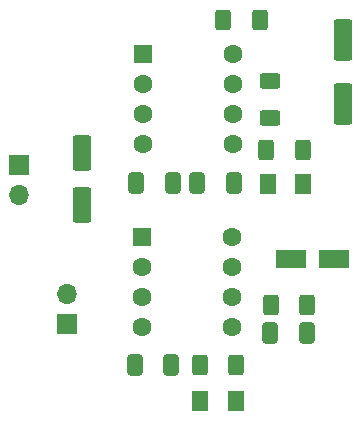
<source format=gbr>
%TF.GenerationSoftware,KiCad,Pcbnew,9.0.5*%
%TF.CreationDate,2025-11-22T01:39:54+01:00*%
%TF.ProjectId,AstableMonostable_NE555,41737461-626c-4654-9d6f-6e6f73746162,rev?*%
%TF.SameCoordinates,PX57a4860PY69925e0*%
%TF.FileFunction,Soldermask,Top*%
%TF.FilePolarity,Negative*%
%FSLAX46Y46*%
G04 Gerber Fmt 4.6, Leading zero omitted, Abs format (unit mm)*
G04 Created by KiCad (PCBNEW 9.0.5) date 2025-11-22 01:39:54*
%MOMM*%
%LPD*%
G01*
G04 APERTURE LIST*
G04 Aperture macros list*
%AMRoundRect*
0 Rectangle with rounded corners*
0 $1 Rounding radius*
0 $2 $3 $4 $5 $6 $7 $8 $9 X,Y pos of 4 corners*
0 Add a 4 corners polygon primitive as box body*
4,1,4,$2,$3,$4,$5,$6,$7,$8,$9,$2,$3,0*
0 Add four circle primitives for the rounded corners*
1,1,$1+$1,$2,$3*
1,1,$1+$1,$4,$5*
1,1,$1+$1,$6,$7*
1,1,$1+$1,$8,$9*
0 Add four rect primitives between the rounded corners*
20,1,$1+$1,$2,$3,$4,$5,0*
20,1,$1+$1,$4,$5,$6,$7,0*
20,1,$1+$1,$6,$7,$8,$9,0*
20,1,$1+$1,$8,$9,$2,$3,0*%
G04 Aperture macros list end*
%ADD10RoundRect,0.250000X-0.400000X-0.625000X0.400000X-0.625000X0.400000X0.625000X-0.400000X0.625000X0*%
%ADD11R,1.700000X1.700000*%
%ADD12O,1.700000X1.700000*%
%ADD13RoundRect,0.250000X-1.050000X-0.550000X1.050000X-0.550000X1.050000X0.550000X-1.050000X0.550000X0*%
%ADD14RoundRect,0.250000X-0.550000X-0.550000X0.550000X-0.550000X0.550000X0.550000X-0.550000X0.550000X0*%
%ADD15C,1.600000*%
%ADD16RoundRect,0.250000X0.412500X0.650000X-0.412500X0.650000X-0.412500X-0.650000X0.412500X-0.650000X0*%
%ADD17RoundRect,0.250000X-0.412500X-0.650000X0.412500X-0.650000X0.412500X0.650000X-0.412500X0.650000X0*%
%ADD18RoundRect,0.250001X-0.462499X-0.624999X0.462499X-0.624999X0.462499X0.624999X-0.462499X0.624999X0*%
%ADD19RoundRect,0.250000X0.550000X-1.250000X0.550000X1.250000X-0.550000X1.250000X-0.550000X-1.250000X0*%
%ADD20RoundRect,0.250000X0.550000X-1.500000X0.550000X1.500000X-0.550000X1.500000X-0.550000X-1.500000X0*%
%ADD21RoundRect,0.250000X0.625000X-0.400000X0.625000X0.400000X-0.625000X0.400000X-0.625000X-0.400000X0*%
G04 APERTURE END LIST*
D10*
%TO.C,R5*%
X23850000Y12700000D03*
X26950000Y12700000D03*
%TD*%
D11*
%TO.C,J2*%
X6600000Y11125000D03*
D12*
X6600000Y13665000D03*
%TD*%
D13*
%TO.C,C6*%
X25600000Y16600000D03*
X29200000Y16600000D03*
%TD*%
D14*
%TO.C,U2*%
X12980000Y18440000D03*
D15*
X12980000Y15900000D03*
X12980000Y13360000D03*
X12980000Y10820000D03*
X20600000Y10820000D03*
X20600000Y13360000D03*
X20600000Y15900000D03*
X20600000Y18440000D03*
%TD*%
D14*
%TO.C,U1*%
X13090000Y33910000D03*
D15*
X13090000Y31370000D03*
X13090000Y28830000D03*
X13090000Y26290000D03*
X20710000Y26290000D03*
X20710000Y28830000D03*
X20710000Y31370000D03*
X20710000Y33910000D03*
%TD*%
D16*
%TO.C,C5*%
X20762500Y23000000D03*
X17637500Y23000000D03*
%TD*%
D17*
%TO.C,C7*%
X23837500Y10300000D03*
X26962500Y10300000D03*
%TD*%
D18*
%TO.C,D1*%
X23612500Y22900000D03*
X26587500Y22900000D03*
%TD*%
D10*
%TO.C,R4*%
X17850000Y7600000D03*
X20950000Y7600000D03*
%TD*%
D11*
%TO.C,J1*%
X2525000Y24550000D03*
D12*
X2525000Y22010000D03*
%TD*%
D10*
%TO.C,R3*%
X23500000Y25800000D03*
X26600000Y25800000D03*
%TD*%
D19*
%TO.C,C1*%
X7900000Y21200000D03*
X7900000Y25600000D03*
%TD*%
D18*
%TO.C,D2*%
X17912500Y4600000D03*
X20887500Y4600000D03*
%TD*%
D17*
%TO.C,C2*%
X12437500Y23000000D03*
X15562500Y23000000D03*
%TD*%
D20*
%TO.C,C4*%
X30000000Y29700000D03*
X30000000Y35100000D03*
%TD*%
D21*
%TO.C,R2*%
X23800000Y28550000D03*
X23800000Y31650000D03*
%TD*%
D10*
%TO.C,R1*%
X19850000Y36800000D03*
X22950000Y36800000D03*
%TD*%
D17*
%TO.C,C3*%
X12337500Y7600000D03*
X15462500Y7600000D03*
%TD*%
M02*

</source>
